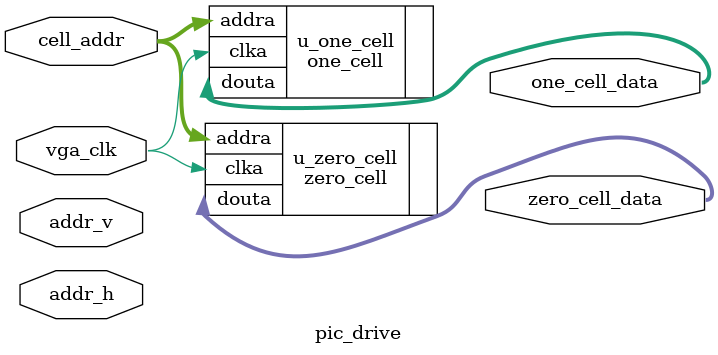
<source format=v>
`include "vga_define.v"


module pic_drive(

    input   wire            vga_clk             ,
    input	wire	[11:0]	addr_h              ,       //行地址
    input	wire	[11:0]	addr_v              ,       //列地址
    input   wire    [9:0]   cell_addr           ,

    output  wire    [15:0]  zero_cell_data      ,       //0个地雷的扫描颜色数据，以下同理
    output  wire    [15:0]  one_cell_data         

);



    //方格显示的ip

    zero_cell u_zero_cell (
        .clka   ( vga_clk           ),  // vga时钟信号
        .addra  ( cell_addr         ),  // 图片地址信号

        .douta  ( zero_cell_data    )   // 输入地址对应的图片数据
    );

    one_cell u_one_cell (
        .clka   ( vga_clk           ),  // vga时钟信号
        .addra  ( cell_addr         ),  // 图片地址信号

        .douta  ( one_cell_data     )   // 输入地址对应的图片数据
    );


endmodule

</source>
